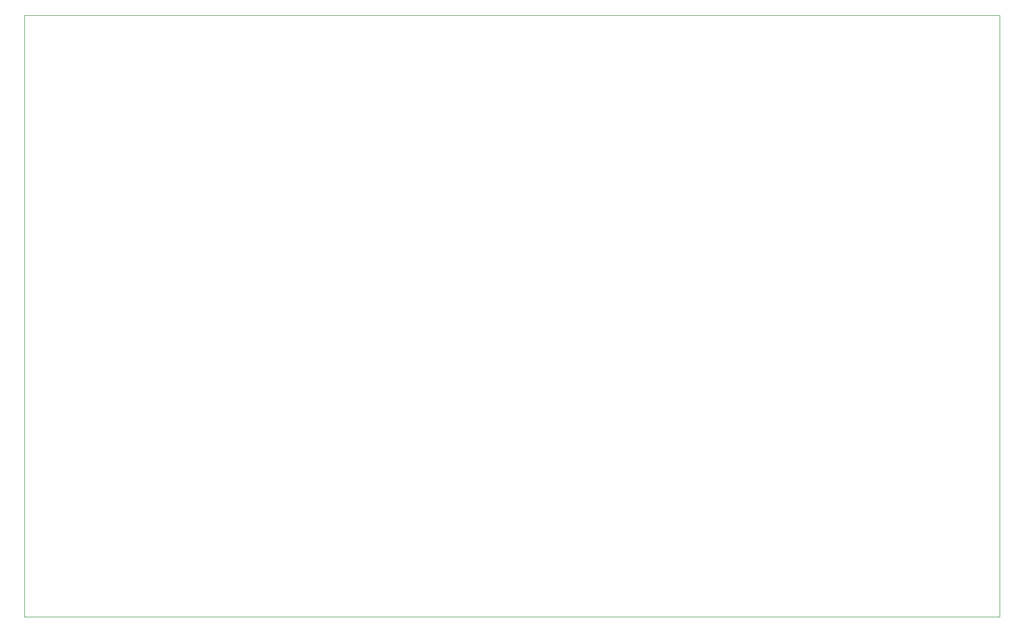
<source format=gm1>
G04 #@! TF.GenerationSoftware,KiCad,Pcbnew,(5.1.6-0-10_14)*
G04 #@! TF.CreationDate,2022-01-26T11:03:14+00:00*
G04 #@! TF.ProjectId,Quad Tube VCA,51756164-2054-4756-9265-205643412e6b,rev?*
G04 #@! TF.SameCoordinates,Original*
G04 #@! TF.FileFunction,Profile,NP*
%FSLAX46Y46*%
G04 Gerber Fmt 4.6, Leading zero omitted, Abs format (unit mm)*
G04 Created by KiCad (PCBNEW (5.1.6-0-10_14)) date 2022-01-26 11:03:14*
%MOMM*%
%LPD*%
G01*
G04 APERTURE LIST*
G04 #@! TA.AperFunction,Profile*
%ADD10C,0.050000*%
G04 #@! TD*
G04 APERTURE END LIST*
D10*
X66040000Y-144780000D02*
X228600000Y-144780000D01*
X66040000Y-44450000D02*
X66040000Y-144780000D01*
X228600000Y-44450000D02*
X66040000Y-44450000D01*
X228600000Y-144780000D02*
X228600000Y-44450000D01*
M02*

</source>
